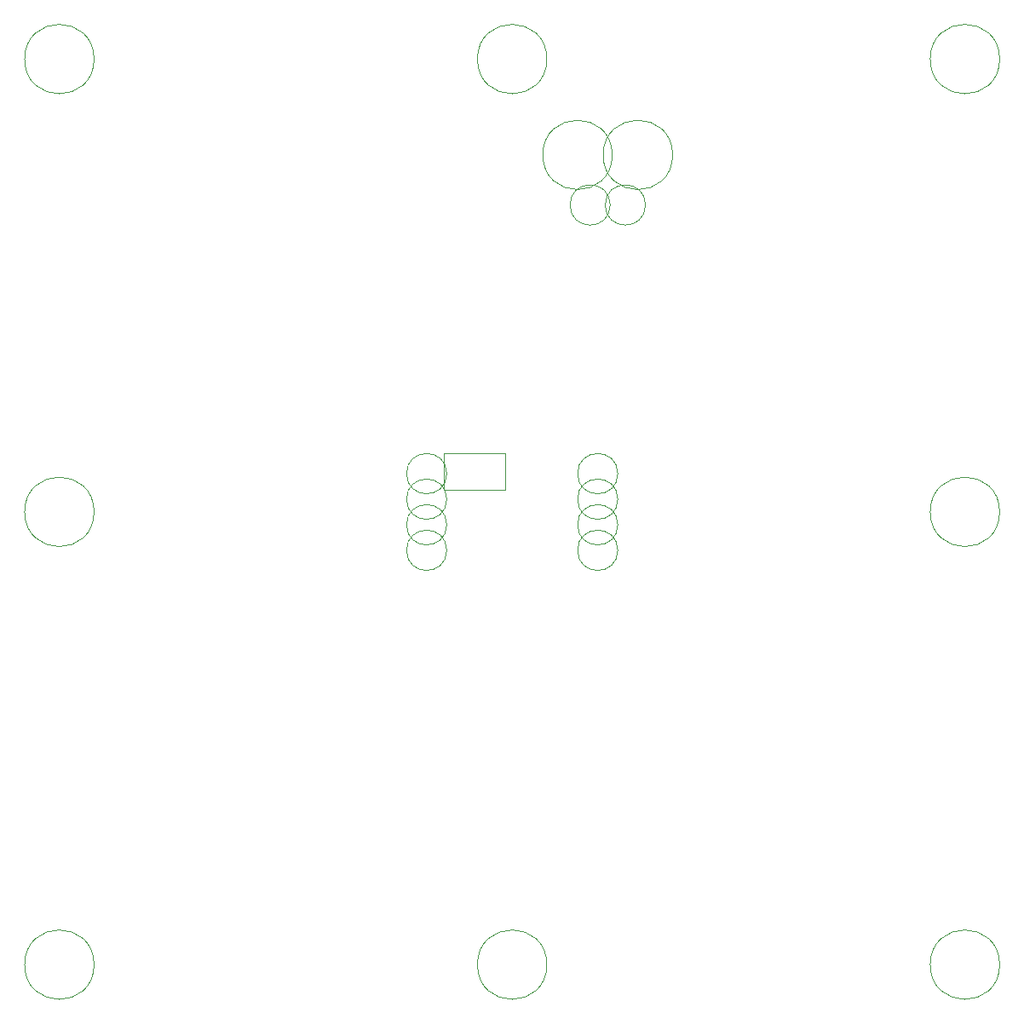
<source format=gbr>
%TF.GenerationSoftware,KiCad,Pcbnew,7.0.2-6a45011f42~172~ubuntu22.04.1*%
%TF.CreationDate,2023-05-30T13:32:28+12:00*%
%TF.ProjectId,THE_BRAWN-20A_POWER_FIXTURE,5448455f-4252-4415-974e-2d3230415f50,v1.0*%
%TF.SameCoordinates,Original*%
%TF.FileFunction,Other,User*%
%FSLAX46Y46*%
G04 Gerber Fmt 4.6, Leading zero omitted, Abs format (unit mm)*
G04 Created by KiCad (PCBNEW 7.0.2-6a45011f42~172~ubuntu22.04.1) date 2023-05-30 13:32:28*
%MOMM*%
%LPD*%
G01*
G04 APERTURE LIST*
%ADD10C,0.050000*%
G04 APERTURE END LIST*
D10*
%TO.C,J5*%
X213200000Y-137800000D02*
X219300000Y-137800000D01*
X219300000Y-137800000D02*
X219300000Y-134200000D01*
X213200000Y-134200000D02*
X213200000Y-137800000D01*
X219300000Y-134200000D02*
X213200000Y-134200000D01*
%TO.C,TP21*%
X230500000Y-143820000D02*
G75*
G03*
X230500000Y-143820000I-2000000J0D01*
G01*
%TO.C,M3*%
X268450000Y-185000000D02*
G75*
G03*
X268450000Y-185000000I-3450000J0D01*
G01*
%TO.C,M5*%
X178450000Y-95000000D02*
G75*
G03*
X178450000Y-95000000I-3450000J0D01*
G01*
%TO.C,M6*%
X268450000Y-140000000D02*
G75*
G03*
X268450000Y-140000000I-3450000J0D01*
G01*
%TO.C,M11*%
X235950000Y-104525000D02*
G75*
G03*
X235950000Y-104525000I-3450000J0D01*
G01*
%TO.C,TP1*%
X213500000Y-136200000D02*
G75*
G03*
X213500000Y-136200000I-2000000J0D01*
G01*
%TO.C,M4*%
X223450000Y-95000000D02*
G75*
G03*
X223450000Y-95000000I-3450000J0D01*
G01*
%TO.C,M7*%
X178450000Y-140000000D02*
G75*
G03*
X178450000Y-140000000I-3450000J0D01*
G01*
%TO.C,M12*%
X229950000Y-104525000D02*
G75*
G03*
X229950000Y-104525000I-3450000J0D01*
G01*
%TO.C,M1*%
X178450000Y-185000000D02*
G75*
G03*
X178450000Y-185000000I-3450000J0D01*
G01*
%TO.C,M2*%
X268450000Y-95000000D02*
G75*
G03*
X268450000Y-95000000I-3450000J0D01*
G01*
%TO.C,TP19*%
X230500000Y-138740000D02*
G75*
G03*
X230500000Y-138740000I-2000000J0D01*
G01*
%TO.C,TP18*%
X230500000Y-136200000D02*
G75*
G03*
X230500000Y-136200000I-2000000J0D01*
G01*
%TO.C,TP2*%
X213500000Y-138740000D02*
G75*
G03*
X213500000Y-138740000I-2000000J0D01*
G01*
%TO.C,M8*%
X223450000Y-185000000D02*
G75*
G03*
X223450000Y-185000000I-3450000J0D01*
G01*
%TO.C,TP20*%
X230500000Y-141280000D02*
G75*
G03*
X230500000Y-141280000I-2000000J0D01*
G01*
%TO.C,TP3*%
X213500000Y-141280000D02*
G75*
G03*
X213500000Y-141280000I-2000000J0D01*
G01*
%TO.C,TP17*%
X233250000Y-109500000D02*
G75*
G03*
X233250000Y-109500000I-2000000J0D01*
G01*
%TO.C,TP16*%
X229750000Y-109500000D02*
G75*
G03*
X229750000Y-109500000I-2000000J0D01*
G01*
%TO.C,TP4*%
X213500000Y-143820000D02*
G75*
G03*
X213500000Y-143820000I-2000000J0D01*
G01*
%TD*%
M02*

</source>
